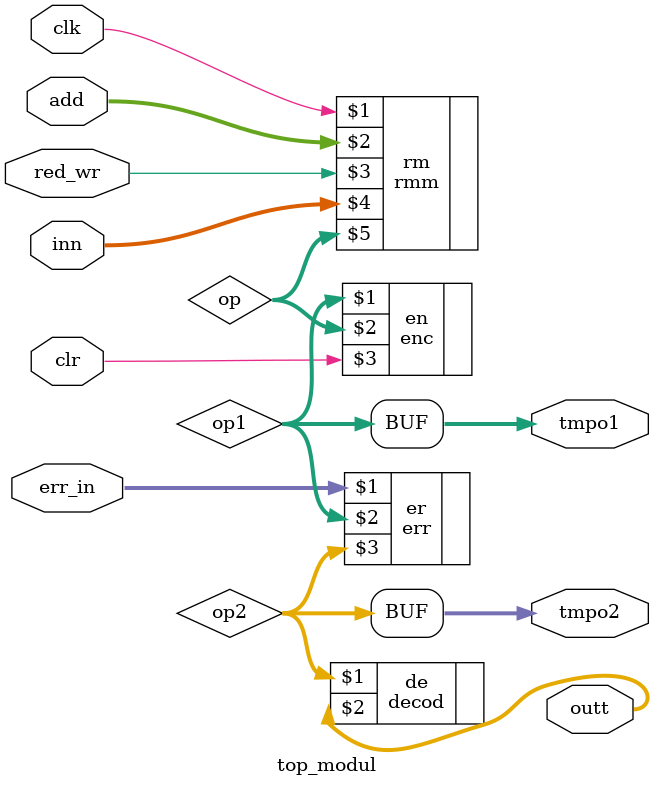
<source format=v>
`timescale 1ns / 1ps
module top_modul(add, inn, clr, clk, red_wr,outt,err_in,tmpo1,tmpo2);
/*
integer i=0,j=8,k=0;
initial begin
while(i<=j) begin
i=(2**k)-1-k;
k=k+1;
end
end
reg s;
assign s =j+k;*/
//parameter n1=s,d=j,a=k;

parameter n1=12,d=8,a=4;//16-21,8-12,32-3864
output [n1-1:0] outt;
input [a-1:0] add;
input [d-1:0] inn;
input clk,clr,red_wr;
input [n1-1:0] err_in;
wire [d-1:0] op;
wire [n1-1:0] op1;
wire [n1-1:0] op2;
output [n1-1:0] tmpo1;
output [n1-1:0] tmpo2;

   rmm #(.n(a),.w(d))rm(clk, add, red_wr,inn, op);
	enc #(.n(n1),.k(d))en(op1[n1-1:0], op[d-1:0],clr);
	assign tmpo1=op1;
	err #(.n(n1)) er(err_in[n1-1:0],op1[n1-1:0],op2[n1-1:0]);
	assign tmpo2=op2;
	decod #(.n(n1),.k(d)) de(op2[n1-1:0],outt);
	
//endmodule
endmodule

</source>
